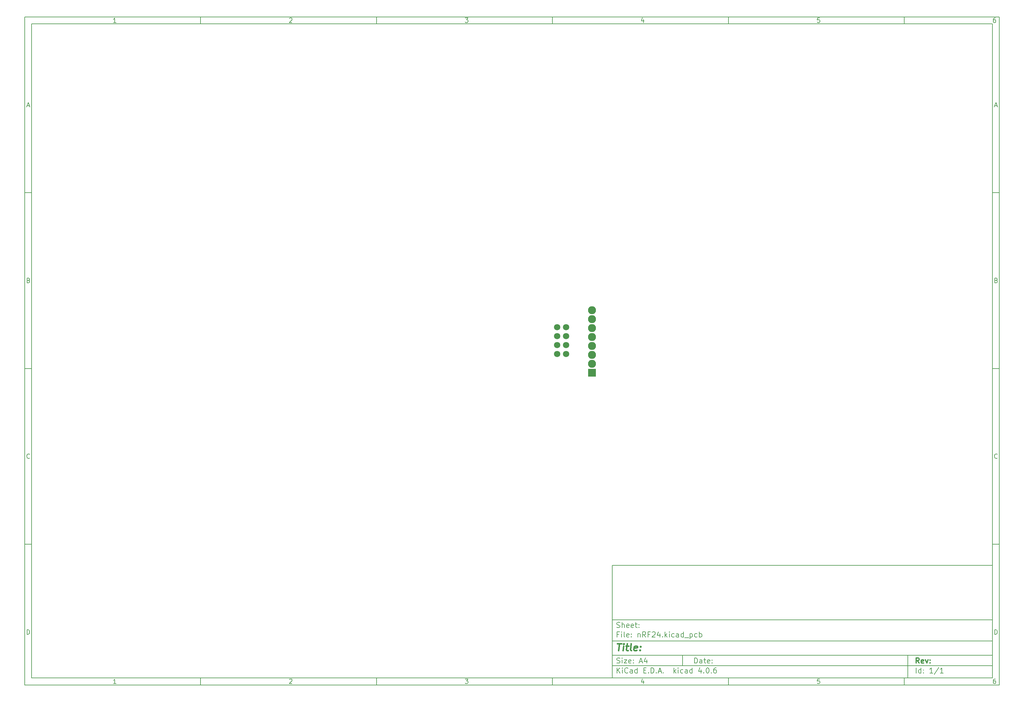
<source format=gts>
G04 #@! TF.FileFunction,Soldermask,Top*
%FSLAX46Y46*%
G04 Gerber Fmt 4.6, Leading zero omitted, Abs format (unit mm)*
G04 Created by KiCad (PCBNEW 4.0.6) date 06/21/17 09:44:37*
%MOMM*%
%LPD*%
G01*
G04 APERTURE LIST*
%ADD10C,0.100000*%
%ADD11C,0.150000*%
%ADD12C,0.300000*%
%ADD13C,0.400000*%
%ADD14R,2.279600X2.279600*%
%ADD15C,2.279600*%
%ADD16C,1.808000*%
G04 APERTURE END LIST*
D10*
D11*
X177002200Y-166007200D02*
X177002200Y-198007200D01*
X285002200Y-198007200D01*
X285002200Y-166007200D01*
X177002200Y-166007200D01*
D10*
D11*
X10000000Y-10000000D02*
X10000000Y-200007200D01*
X287002200Y-200007200D01*
X287002200Y-10000000D01*
X10000000Y-10000000D01*
D10*
D11*
X12000000Y-12000000D02*
X12000000Y-198007200D01*
X285002200Y-198007200D01*
X285002200Y-12000000D01*
X12000000Y-12000000D01*
D10*
D11*
X60000000Y-12000000D02*
X60000000Y-10000000D01*
D10*
D11*
X110000000Y-12000000D02*
X110000000Y-10000000D01*
D10*
D11*
X160000000Y-12000000D02*
X160000000Y-10000000D01*
D10*
D11*
X210000000Y-12000000D02*
X210000000Y-10000000D01*
D10*
D11*
X260000000Y-12000000D02*
X260000000Y-10000000D01*
D10*
D11*
X35990476Y-11588095D02*
X35247619Y-11588095D01*
X35619048Y-11588095D02*
X35619048Y-10288095D01*
X35495238Y-10473810D01*
X35371429Y-10597619D01*
X35247619Y-10659524D01*
D10*
D11*
X85247619Y-10411905D02*
X85309524Y-10350000D01*
X85433333Y-10288095D01*
X85742857Y-10288095D01*
X85866667Y-10350000D01*
X85928571Y-10411905D01*
X85990476Y-10535714D01*
X85990476Y-10659524D01*
X85928571Y-10845238D01*
X85185714Y-11588095D01*
X85990476Y-11588095D01*
D10*
D11*
X135185714Y-10288095D02*
X135990476Y-10288095D01*
X135557143Y-10783333D01*
X135742857Y-10783333D01*
X135866667Y-10845238D01*
X135928571Y-10907143D01*
X135990476Y-11030952D01*
X135990476Y-11340476D01*
X135928571Y-11464286D01*
X135866667Y-11526190D01*
X135742857Y-11588095D01*
X135371429Y-11588095D01*
X135247619Y-11526190D01*
X135185714Y-11464286D01*
D10*
D11*
X185866667Y-10721429D02*
X185866667Y-11588095D01*
X185557143Y-10226190D02*
X185247619Y-11154762D01*
X186052381Y-11154762D01*
D10*
D11*
X235928571Y-10288095D02*
X235309524Y-10288095D01*
X235247619Y-10907143D01*
X235309524Y-10845238D01*
X235433333Y-10783333D01*
X235742857Y-10783333D01*
X235866667Y-10845238D01*
X235928571Y-10907143D01*
X235990476Y-11030952D01*
X235990476Y-11340476D01*
X235928571Y-11464286D01*
X235866667Y-11526190D01*
X235742857Y-11588095D01*
X235433333Y-11588095D01*
X235309524Y-11526190D01*
X235247619Y-11464286D01*
D10*
D11*
X285866667Y-10288095D02*
X285619048Y-10288095D01*
X285495238Y-10350000D01*
X285433333Y-10411905D01*
X285309524Y-10597619D01*
X285247619Y-10845238D01*
X285247619Y-11340476D01*
X285309524Y-11464286D01*
X285371429Y-11526190D01*
X285495238Y-11588095D01*
X285742857Y-11588095D01*
X285866667Y-11526190D01*
X285928571Y-11464286D01*
X285990476Y-11340476D01*
X285990476Y-11030952D01*
X285928571Y-10907143D01*
X285866667Y-10845238D01*
X285742857Y-10783333D01*
X285495238Y-10783333D01*
X285371429Y-10845238D01*
X285309524Y-10907143D01*
X285247619Y-11030952D01*
D10*
D11*
X60000000Y-198007200D02*
X60000000Y-200007200D01*
D10*
D11*
X110000000Y-198007200D02*
X110000000Y-200007200D01*
D10*
D11*
X160000000Y-198007200D02*
X160000000Y-200007200D01*
D10*
D11*
X210000000Y-198007200D02*
X210000000Y-200007200D01*
D10*
D11*
X260000000Y-198007200D02*
X260000000Y-200007200D01*
D10*
D11*
X35990476Y-199595295D02*
X35247619Y-199595295D01*
X35619048Y-199595295D02*
X35619048Y-198295295D01*
X35495238Y-198481010D01*
X35371429Y-198604819D01*
X35247619Y-198666724D01*
D10*
D11*
X85247619Y-198419105D02*
X85309524Y-198357200D01*
X85433333Y-198295295D01*
X85742857Y-198295295D01*
X85866667Y-198357200D01*
X85928571Y-198419105D01*
X85990476Y-198542914D01*
X85990476Y-198666724D01*
X85928571Y-198852438D01*
X85185714Y-199595295D01*
X85990476Y-199595295D01*
D10*
D11*
X135185714Y-198295295D02*
X135990476Y-198295295D01*
X135557143Y-198790533D01*
X135742857Y-198790533D01*
X135866667Y-198852438D01*
X135928571Y-198914343D01*
X135990476Y-199038152D01*
X135990476Y-199347676D01*
X135928571Y-199471486D01*
X135866667Y-199533390D01*
X135742857Y-199595295D01*
X135371429Y-199595295D01*
X135247619Y-199533390D01*
X135185714Y-199471486D01*
D10*
D11*
X185866667Y-198728629D02*
X185866667Y-199595295D01*
X185557143Y-198233390D02*
X185247619Y-199161962D01*
X186052381Y-199161962D01*
D10*
D11*
X235928571Y-198295295D02*
X235309524Y-198295295D01*
X235247619Y-198914343D01*
X235309524Y-198852438D01*
X235433333Y-198790533D01*
X235742857Y-198790533D01*
X235866667Y-198852438D01*
X235928571Y-198914343D01*
X235990476Y-199038152D01*
X235990476Y-199347676D01*
X235928571Y-199471486D01*
X235866667Y-199533390D01*
X235742857Y-199595295D01*
X235433333Y-199595295D01*
X235309524Y-199533390D01*
X235247619Y-199471486D01*
D10*
D11*
X285866667Y-198295295D02*
X285619048Y-198295295D01*
X285495238Y-198357200D01*
X285433333Y-198419105D01*
X285309524Y-198604819D01*
X285247619Y-198852438D01*
X285247619Y-199347676D01*
X285309524Y-199471486D01*
X285371429Y-199533390D01*
X285495238Y-199595295D01*
X285742857Y-199595295D01*
X285866667Y-199533390D01*
X285928571Y-199471486D01*
X285990476Y-199347676D01*
X285990476Y-199038152D01*
X285928571Y-198914343D01*
X285866667Y-198852438D01*
X285742857Y-198790533D01*
X285495238Y-198790533D01*
X285371429Y-198852438D01*
X285309524Y-198914343D01*
X285247619Y-199038152D01*
D10*
D11*
X10000000Y-60000000D02*
X12000000Y-60000000D01*
D10*
D11*
X10000000Y-110000000D02*
X12000000Y-110000000D01*
D10*
D11*
X10000000Y-160000000D02*
X12000000Y-160000000D01*
D10*
D11*
X10690476Y-35216667D02*
X11309524Y-35216667D01*
X10566667Y-35588095D02*
X11000000Y-34288095D01*
X11433333Y-35588095D01*
D10*
D11*
X11092857Y-84907143D02*
X11278571Y-84969048D01*
X11340476Y-85030952D01*
X11402381Y-85154762D01*
X11402381Y-85340476D01*
X11340476Y-85464286D01*
X11278571Y-85526190D01*
X11154762Y-85588095D01*
X10659524Y-85588095D01*
X10659524Y-84288095D01*
X11092857Y-84288095D01*
X11216667Y-84350000D01*
X11278571Y-84411905D01*
X11340476Y-84535714D01*
X11340476Y-84659524D01*
X11278571Y-84783333D01*
X11216667Y-84845238D01*
X11092857Y-84907143D01*
X10659524Y-84907143D01*
D10*
D11*
X11402381Y-135464286D02*
X11340476Y-135526190D01*
X11154762Y-135588095D01*
X11030952Y-135588095D01*
X10845238Y-135526190D01*
X10721429Y-135402381D01*
X10659524Y-135278571D01*
X10597619Y-135030952D01*
X10597619Y-134845238D01*
X10659524Y-134597619D01*
X10721429Y-134473810D01*
X10845238Y-134350000D01*
X11030952Y-134288095D01*
X11154762Y-134288095D01*
X11340476Y-134350000D01*
X11402381Y-134411905D01*
D10*
D11*
X10659524Y-185588095D02*
X10659524Y-184288095D01*
X10969048Y-184288095D01*
X11154762Y-184350000D01*
X11278571Y-184473810D01*
X11340476Y-184597619D01*
X11402381Y-184845238D01*
X11402381Y-185030952D01*
X11340476Y-185278571D01*
X11278571Y-185402381D01*
X11154762Y-185526190D01*
X10969048Y-185588095D01*
X10659524Y-185588095D01*
D10*
D11*
X287002200Y-60000000D02*
X285002200Y-60000000D01*
D10*
D11*
X287002200Y-110000000D02*
X285002200Y-110000000D01*
D10*
D11*
X287002200Y-160000000D02*
X285002200Y-160000000D01*
D10*
D11*
X285692676Y-35216667D02*
X286311724Y-35216667D01*
X285568867Y-35588095D02*
X286002200Y-34288095D01*
X286435533Y-35588095D01*
D10*
D11*
X286095057Y-84907143D02*
X286280771Y-84969048D01*
X286342676Y-85030952D01*
X286404581Y-85154762D01*
X286404581Y-85340476D01*
X286342676Y-85464286D01*
X286280771Y-85526190D01*
X286156962Y-85588095D01*
X285661724Y-85588095D01*
X285661724Y-84288095D01*
X286095057Y-84288095D01*
X286218867Y-84350000D01*
X286280771Y-84411905D01*
X286342676Y-84535714D01*
X286342676Y-84659524D01*
X286280771Y-84783333D01*
X286218867Y-84845238D01*
X286095057Y-84907143D01*
X285661724Y-84907143D01*
D10*
D11*
X286404581Y-135464286D02*
X286342676Y-135526190D01*
X286156962Y-135588095D01*
X286033152Y-135588095D01*
X285847438Y-135526190D01*
X285723629Y-135402381D01*
X285661724Y-135278571D01*
X285599819Y-135030952D01*
X285599819Y-134845238D01*
X285661724Y-134597619D01*
X285723629Y-134473810D01*
X285847438Y-134350000D01*
X286033152Y-134288095D01*
X286156962Y-134288095D01*
X286342676Y-134350000D01*
X286404581Y-134411905D01*
D10*
D11*
X285661724Y-185588095D02*
X285661724Y-184288095D01*
X285971248Y-184288095D01*
X286156962Y-184350000D01*
X286280771Y-184473810D01*
X286342676Y-184597619D01*
X286404581Y-184845238D01*
X286404581Y-185030952D01*
X286342676Y-185278571D01*
X286280771Y-185402381D01*
X286156962Y-185526190D01*
X285971248Y-185588095D01*
X285661724Y-185588095D01*
D10*
D11*
X200359343Y-193785771D02*
X200359343Y-192285771D01*
X200716486Y-192285771D01*
X200930771Y-192357200D01*
X201073629Y-192500057D01*
X201145057Y-192642914D01*
X201216486Y-192928629D01*
X201216486Y-193142914D01*
X201145057Y-193428629D01*
X201073629Y-193571486D01*
X200930771Y-193714343D01*
X200716486Y-193785771D01*
X200359343Y-193785771D01*
X202502200Y-193785771D02*
X202502200Y-193000057D01*
X202430771Y-192857200D01*
X202287914Y-192785771D01*
X202002200Y-192785771D01*
X201859343Y-192857200D01*
X202502200Y-193714343D02*
X202359343Y-193785771D01*
X202002200Y-193785771D01*
X201859343Y-193714343D01*
X201787914Y-193571486D01*
X201787914Y-193428629D01*
X201859343Y-193285771D01*
X202002200Y-193214343D01*
X202359343Y-193214343D01*
X202502200Y-193142914D01*
X203002200Y-192785771D02*
X203573629Y-192785771D01*
X203216486Y-192285771D02*
X203216486Y-193571486D01*
X203287914Y-193714343D01*
X203430772Y-193785771D01*
X203573629Y-193785771D01*
X204645057Y-193714343D02*
X204502200Y-193785771D01*
X204216486Y-193785771D01*
X204073629Y-193714343D01*
X204002200Y-193571486D01*
X204002200Y-193000057D01*
X204073629Y-192857200D01*
X204216486Y-192785771D01*
X204502200Y-192785771D01*
X204645057Y-192857200D01*
X204716486Y-193000057D01*
X204716486Y-193142914D01*
X204002200Y-193285771D01*
X205359343Y-193642914D02*
X205430771Y-193714343D01*
X205359343Y-193785771D01*
X205287914Y-193714343D01*
X205359343Y-193642914D01*
X205359343Y-193785771D01*
X205359343Y-192857200D02*
X205430771Y-192928629D01*
X205359343Y-193000057D01*
X205287914Y-192928629D01*
X205359343Y-192857200D01*
X205359343Y-193000057D01*
D10*
D11*
X177002200Y-194507200D02*
X285002200Y-194507200D01*
D10*
D11*
X178359343Y-196585771D02*
X178359343Y-195085771D01*
X179216486Y-196585771D02*
X178573629Y-195728629D01*
X179216486Y-195085771D02*
X178359343Y-195942914D01*
X179859343Y-196585771D02*
X179859343Y-195585771D01*
X179859343Y-195085771D02*
X179787914Y-195157200D01*
X179859343Y-195228629D01*
X179930771Y-195157200D01*
X179859343Y-195085771D01*
X179859343Y-195228629D01*
X181430772Y-196442914D02*
X181359343Y-196514343D01*
X181145057Y-196585771D01*
X181002200Y-196585771D01*
X180787915Y-196514343D01*
X180645057Y-196371486D01*
X180573629Y-196228629D01*
X180502200Y-195942914D01*
X180502200Y-195728629D01*
X180573629Y-195442914D01*
X180645057Y-195300057D01*
X180787915Y-195157200D01*
X181002200Y-195085771D01*
X181145057Y-195085771D01*
X181359343Y-195157200D01*
X181430772Y-195228629D01*
X182716486Y-196585771D02*
X182716486Y-195800057D01*
X182645057Y-195657200D01*
X182502200Y-195585771D01*
X182216486Y-195585771D01*
X182073629Y-195657200D01*
X182716486Y-196514343D02*
X182573629Y-196585771D01*
X182216486Y-196585771D01*
X182073629Y-196514343D01*
X182002200Y-196371486D01*
X182002200Y-196228629D01*
X182073629Y-196085771D01*
X182216486Y-196014343D01*
X182573629Y-196014343D01*
X182716486Y-195942914D01*
X184073629Y-196585771D02*
X184073629Y-195085771D01*
X184073629Y-196514343D02*
X183930772Y-196585771D01*
X183645058Y-196585771D01*
X183502200Y-196514343D01*
X183430772Y-196442914D01*
X183359343Y-196300057D01*
X183359343Y-195871486D01*
X183430772Y-195728629D01*
X183502200Y-195657200D01*
X183645058Y-195585771D01*
X183930772Y-195585771D01*
X184073629Y-195657200D01*
X185930772Y-195800057D02*
X186430772Y-195800057D01*
X186645058Y-196585771D02*
X185930772Y-196585771D01*
X185930772Y-195085771D01*
X186645058Y-195085771D01*
X187287915Y-196442914D02*
X187359343Y-196514343D01*
X187287915Y-196585771D01*
X187216486Y-196514343D01*
X187287915Y-196442914D01*
X187287915Y-196585771D01*
X188002201Y-196585771D02*
X188002201Y-195085771D01*
X188359344Y-195085771D01*
X188573629Y-195157200D01*
X188716487Y-195300057D01*
X188787915Y-195442914D01*
X188859344Y-195728629D01*
X188859344Y-195942914D01*
X188787915Y-196228629D01*
X188716487Y-196371486D01*
X188573629Y-196514343D01*
X188359344Y-196585771D01*
X188002201Y-196585771D01*
X189502201Y-196442914D02*
X189573629Y-196514343D01*
X189502201Y-196585771D01*
X189430772Y-196514343D01*
X189502201Y-196442914D01*
X189502201Y-196585771D01*
X190145058Y-196157200D02*
X190859344Y-196157200D01*
X190002201Y-196585771D02*
X190502201Y-195085771D01*
X191002201Y-196585771D01*
X191502201Y-196442914D02*
X191573629Y-196514343D01*
X191502201Y-196585771D01*
X191430772Y-196514343D01*
X191502201Y-196442914D01*
X191502201Y-196585771D01*
X194502201Y-196585771D02*
X194502201Y-195085771D01*
X194645058Y-196014343D02*
X195073629Y-196585771D01*
X195073629Y-195585771D02*
X194502201Y-196157200D01*
X195716487Y-196585771D02*
X195716487Y-195585771D01*
X195716487Y-195085771D02*
X195645058Y-195157200D01*
X195716487Y-195228629D01*
X195787915Y-195157200D01*
X195716487Y-195085771D01*
X195716487Y-195228629D01*
X197073630Y-196514343D02*
X196930773Y-196585771D01*
X196645059Y-196585771D01*
X196502201Y-196514343D01*
X196430773Y-196442914D01*
X196359344Y-196300057D01*
X196359344Y-195871486D01*
X196430773Y-195728629D01*
X196502201Y-195657200D01*
X196645059Y-195585771D01*
X196930773Y-195585771D01*
X197073630Y-195657200D01*
X198359344Y-196585771D02*
X198359344Y-195800057D01*
X198287915Y-195657200D01*
X198145058Y-195585771D01*
X197859344Y-195585771D01*
X197716487Y-195657200D01*
X198359344Y-196514343D02*
X198216487Y-196585771D01*
X197859344Y-196585771D01*
X197716487Y-196514343D01*
X197645058Y-196371486D01*
X197645058Y-196228629D01*
X197716487Y-196085771D01*
X197859344Y-196014343D01*
X198216487Y-196014343D01*
X198359344Y-195942914D01*
X199716487Y-196585771D02*
X199716487Y-195085771D01*
X199716487Y-196514343D02*
X199573630Y-196585771D01*
X199287916Y-196585771D01*
X199145058Y-196514343D01*
X199073630Y-196442914D01*
X199002201Y-196300057D01*
X199002201Y-195871486D01*
X199073630Y-195728629D01*
X199145058Y-195657200D01*
X199287916Y-195585771D01*
X199573630Y-195585771D01*
X199716487Y-195657200D01*
X202216487Y-195585771D02*
X202216487Y-196585771D01*
X201859344Y-195014343D02*
X201502201Y-196085771D01*
X202430773Y-196085771D01*
X203002201Y-196442914D02*
X203073629Y-196514343D01*
X203002201Y-196585771D01*
X202930772Y-196514343D01*
X203002201Y-196442914D01*
X203002201Y-196585771D01*
X204002201Y-195085771D02*
X204145058Y-195085771D01*
X204287915Y-195157200D01*
X204359344Y-195228629D01*
X204430773Y-195371486D01*
X204502201Y-195657200D01*
X204502201Y-196014343D01*
X204430773Y-196300057D01*
X204359344Y-196442914D01*
X204287915Y-196514343D01*
X204145058Y-196585771D01*
X204002201Y-196585771D01*
X203859344Y-196514343D01*
X203787915Y-196442914D01*
X203716487Y-196300057D01*
X203645058Y-196014343D01*
X203645058Y-195657200D01*
X203716487Y-195371486D01*
X203787915Y-195228629D01*
X203859344Y-195157200D01*
X204002201Y-195085771D01*
X205145058Y-196442914D02*
X205216486Y-196514343D01*
X205145058Y-196585771D01*
X205073629Y-196514343D01*
X205145058Y-196442914D01*
X205145058Y-196585771D01*
X206502201Y-195085771D02*
X206216487Y-195085771D01*
X206073630Y-195157200D01*
X206002201Y-195228629D01*
X205859344Y-195442914D01*
X205787915Y-195728629D01*
X205787915Y-196300057D01*
X205859344Y-196442914D01*
X205930772Y-196514343D01*
X206073630Y-196585771D01*
X206359344Y-196585771D01*
X206502201Y-196514343D01*
X206573630Y-196442914D01*
X206645058Y-196300057D01*
X206645058Y-195942914D01*
X206573630Y-195800057D01*
X206502201Y-195728629D01*
X206359344Y-195657200D01*
X206073630Y-195657200D01*
X205930772Y-195728629D01*
X205859344Y-195800057D01*
X205787915Y-195942914D01*
D10*
D11*
X177002200Y-191507200D02*
X285002200Y-191507200D01*
D10*
D12*
X264216486Y-193785771D02*
X263716486Y-193071486D01*
X263359343Y-193785771D02*
X263359343Y-192285771D01*
X263930771Y-192285771D01*
X264073629Y-192357200D01*
X264145057Y-192428629D01*
X264216486Y-192571486D01*
X264216486Y-192785771D01*
X264145057Y-192928629D01*
X264073629Y-193000057D01*
X263930771Y-193071486D01*
X263359343Y-193071486D01*
X265430771Y-193714343D02*
X265287914Y-193785771D01*
X265002200Y-193785771D01*
X264859343Y-193714343D01*
X264787914Y-193571486D01*
X264787914Y-193000057D01*
X264859343Y-192857200D01*
X265002200Y-192785771D01*
X265287914Y-192785771D01*
X265430771Y-192857200D01*
X265502200Y-193000057D01*
X265502200Y-193142914D01*
X264787914Y-193285771D01*
X266002200Y-192785771D02*
X266359343Y-193785771D01*
X266716485Y-192785771D01*
X267287914Y-193642914D02*
X267359342Y-193714343D01*
X267287914Y-193785771D01*
X267216485Y-193714343D01*
X267287914Y-193642914D01*
X267287914Y-193785771D01*
X267287914Y-192857200D02*
X267359342Y-192928629D01*
X267287914Y-193000057D01*
X267216485Y-192928629D01*
X267287914Y-192857200D01*
X267287914Y-193000057D01*
D10*
D11*
X178287914Y-193714343D02*
X178502200Y-193785771D01*
X178859343Y-193785771D01*
X179002200Y-193714343D01*
X179073629Y-193642914D01*
X179145057Y-193500057D01*
X179145057Y-193357200D01*
X179073629Y-193214343D01*
X179002200Y-193142914D01*
X178859343Y-193071486D01*
X178573629Y-193000057D01*
X178430771Y-192928629D01*
X178359343Y-192857200D01*
X178287914Y-192714343D01*
X178287914Y-192571486D01*
X178359343Y-192428629D01*
X178430771Y-192357200D01*
X178573629Y-192285771D01*
X178930771Y-192285771D01*
X179145057Y-192357200D01*
X179787914Y-193785771D02*
X179787914Y-192785771D01*
X179787914Y-192285771D02*
X179716485Y-192357200D01*
X179787914Y-192428629D01*
X179859342Y-192357200D01*
X179787914Y-192285771D01*
X179787914Y-192428629D01*
X180359343Y-192785771D02*
X181145057Y-192785771D01*
X180359343Y-193785771D01*
X181145057Y-193785771D01*
X182287914Y-193714343D02*
X182145057Y-193785771D01*
X181859343Y-193785771D01*
X181716486Y-193714343D01*
X181645057Y-193571486D01*
X181645057Y-193000057D01*
X181716486Y-192857200D01*
X181859343Y-192785771D01*
X182145057Y-192785771D01*
X182287914Y-192857200D01*
X182359343Y-193000057D01*
X182359343Y-193142914D01*
X181645057Y-193285771D01*
X183002200Y-193642914D02*
X183073628Y-193714343D01*
X183002200Y-193785771D01*
X182930771Y-193714343D01*
X183002200Y-193642914D01*
X183002200Y-193785771D01*
X183002200Y-192857200D02*
X183073628Y-192928629D01*
X183002200Y-193000057D01*
X182930771Y-192928629D01*
X183002200Y-192857200D01*
X183002200Y-193000057D01*
X184787914Y-193357200D02*
X185502200Y-193357200D01*
X184645057Y-193785771D02*
X185145057Y-192285771D01*
X185645057Y-193785771D01*
X186787914Y-192785771D02*
X186787914Y-193785771D01*
X186430771Y-192214343D02*
X186073628Y-193285771D01*
X187002200Y-193285771D01*
D10*
D11*
X263359343Y-196585771D02*
X263359343Y-195085771D01*
X264716486Y-196585771D02*
X264716486Y-195085771D01*
X264716486Y-196514343D02*
X264573629Y-196585771D01*
X264287915Y-196585771D01*
X264145057Y-196514343D01*
X264073629Y-196442914D01*
X264002200Y-196300057D01*
X264002200Y-195871486D01*
X264073629Y-195728629D01*
X264145057Y-195657200D01*
X264287915Y-195585771D01*
X264573629Y-195585771D01*
X264716486Y-195657200D01*
X265430772Y-196442914D02*
X265502200Y-196514343D01*
X265430772Y-196585771D01*
X265359343Y-196514343D01*
X265430772Y-196442914D01*
X265430772Y-196585771D01*
X265430772Y-195657200D02*
X265502200Y-195728629D01*
X265430772Y-195800057D01*
X265359343Y-195728629D01*
X265430772Y-195657200D01*
X265430772Y-195800057D01*
X268073629Y-196585771D02*
X267216486Y-196585771D01*
X267645058Y-196585771D02*
X267645058Y-195085771D01*
X267502201Y-195300057D01*
X267359343Y-195442914D01*
X267216486Y-195514343D01*
X269787914Y-195014343D02*
X268502200Y-196942914D01*
X271073629Y-196585771D02*
X270216486Y-196585771D01*
X270645058Y-196585771D02*
X270645058Y-195085771D01*
X270502201Y-195300057D01*
X270359343Y-195442914D01*
X270216486Y-195514343D01*
D10*
D11*
X177002200Y-187507200D02*
X285002200Y-187507200D01*
D10*
D13*
X178454581Y-188211962D02*
X179597438Y-188211962D01*
X178776010Y-190211962D02*
X179026010Y-188211962D01*
X180014105Y-190211962D02*
X180180771Y-188878629D01*
X180264105Y-188211962D02*
X180156962Y-188307200D01*
X180240295Y-188402438D01*
X180347439Y-188307200D01*
X180264105Y-188211962D01*
X180240295Y-188402438D01*
X180847438Y-188878629D02*
X181609343Y-188878629D01*
X181216486Y-188211962D02*
X181002200Y-189926248D01*
X181073630Y-190116724D01*
X181252201Y-190211962D01*
X181442677Y-190211962D01*
X182395058Y-190211962D02*
X182216487Y-190116724D01*
X182145057Y-189926248D01*
X182359343Y-188211962D01*
X183930772Y-190116724D02*
X183728391Y-190211962D01*
X183347439Y-190211962D01*
X183168867Y-190116724D01*
X183097438Y-189926248D01*
X183192676Y-189164343D01*
X183311724Y-188973867D01*
X183514105Y-188878629D01*
X183895057Y-188878629D01*
X184073629Y-188973867D01*
X184145057Y-189164343D01*
X184121248Y-189354819D01*
X183145057Y-189545295D01*
X184895057Y-190021486D02*
X184978392Y-190116724D01*
X184871248Y-190211962D01*
X184787915Y-190116724D01*
X184895057Y-190021486D01*
X184871248Y-190211962D01*
X185026010Y-188973867D02*
X185109344Y-189069105D01*
X185002200Y-189164343D01*
X184918867Y-189069105D01*
X185026010Y-188973867D01*
X185002200Y-189164343D01*
D10*
D11*
X178859343Y-185600057D02*
X178359343Y-185600057D01*
X178359343Y-186385771D02*
X178359343Y-184885771D01*
X179073629Y-184885771D01*
X179645057Y-186385771D02*
X179645057Y-185385771D01*
X179645057Y-184885771D02*
X179573628Y-184957200D01*
X179645057Y-185028629D01*
X179716485Y-184957200D01*
X179645057Y-184885771D01*
X179645057Y-185028629D01*
X180573629Y-186385771D02*
X180430771Y-186314343D01*
X180359343Y-186171486D01*
X180359343Y-184885771D01*
X181716485Y-186314343D02*
X181573628Y-186385771D01*
X181287914Y-186385771D01*
X181145057Y-186314343D01*
X181073628Y-186171486D01*
X181073628Y-185600057D01*
X181145057Y-185457200D01*
X181287914Y-185385771D01*
X181573628Y-185385771D01*
X181716485Y-185457200D01*
X181787914Y-185600057D01*
X181787914Y-185742914D01*
X181073628Y-185885771D01*
X182430771Y-186242914D02*
X182502199Y-186314343D01*
X182430771Y-186385771D01*
X182359342Y-186314343D01*
X182430771Y-186242914D01*
X182430771Y-186385771D01*
X182430771Y-185457200D02*
X182502199Y-185528629D01*
X182430771Y-185600057D01*
X182359342Y-185528629D01*
X182430771Y-185457200D01*
X182430771Y-185600057D01*
X184287914Y-185385771D02*
X184287914Y-186385771D01*
X184287914Y-185528629D02*
X184359342Y-185457200D01*
X184502200Y-185385771D01*
X184716485Y-185385771D01*
X184859342Y-185457200D01*
X184930771Y-185600057D01*
X184930771Y-186385771D01*
X186502200Y-186385771D02*
X186002200Y-185671486D01*
X185645057Y-186385771D02*
X185645057Y-184885771D01*
X186216485Y-184885771D01*
X186359343Y-184957200D01*
X186430771Y-185028629D01*
X186502200Y-185171486D01*
X186502200Y-185385771D01*
X186430771Y-185528629D01*
X186359343Y-185600057D01*
X186216485Y-185671486D01*
X185645057Y-185671486D01*
X187645057Y-185600057D02*
X187145057Y-185600057D01*
X187145057Y-186385771D02*
X187145057Y-184885771D01*
X187859343Y-184885771D01*
X188359342Y-185028629D02*
X188430771Y-184957200D01*
X188573628Y-184885771D01*
X188930771Y-184885771D01*
X189073628Y-184957200D01*
X189145057Y-185028629D01*
X189216485Y-185171486D01*
X189216485Y-185314343D01*
X189145057Y-185528629D01*
X188287914Y-186385771D01*
X189216485Y-186385771D01*
X190502199Y-185385771D02*
X190502199Y-186385771D01*
X190145056Y-184814343D02*
X189787913Y-185885771D01*
X190716485Y-185885771D01*
X191287913Y-186242914D02*
X191359341Y-186314343D01*
X191287913Y-186385771D01*
X191216484Y-186314343D01*
X191287913Y-186242914D01*
X191287913Y-186385771D01*
X192002199Y-186385771D02*
X192002199Y-184885771D01*
X192145056Y-185814343D02*
X192573627Y-186385771D01*
X192573627Y-185385771D02*
X192002199Y-185957200D01*
X193216485Y-186385771D02*
X193216485Y-185385771D01*
X193216485Y-184885771D02*
X193145056Y-184957200D01*
X193216485Y-185028629D01*
X193287913Y-184957200D01*
X193216485Y-184885771D01*
X193216485Y-185028629D01*
X194573628Y-186314343D02*
X194430771Y-186385771D01*
X194145057Y-186385771D01*
X194002199Y-186314343D01*
X193930771Y-186242914D01*
X193859342Y-186100057D01*
X193859342Y-185671486D01*
X193930771Y-185528629D01*
X194002199Y-185457200D01*
X194145057Y-185385771D01*
X194430771Y-185385771D01*
X194573628Y-185457200D01*
X195859342Y-186385771D02*
X195859342Y-185600057D01*
X195787913Y-185457200D01*
X195645056Y-185385771D01*
X195359342Y-185385771D01*
X195216485Y-185457200D01*
X195859342Y-186314343D02*
X195716485Y-186385771D01*
X195359342Y-186385771D01*
X195216485Y-186314343D01*
X195145056Y-186171486D01*
X195145056Y-186028629D01*
X195216485Y-185885771D01*
X195359342Y-185814343D01*
X195716485Y-185814343D01*
X195859342Y-185742914D01*
X197216485Y-186385771D02*
X197216485Y-184885771D01*
X197216485Y-186314343D02*
X197073628Y-186385771D01*
X196787914Y-186385771D01*
X196645056Y-186314343D01*
X196573628Y-186242914D01*
X196502199Y-186100057D01*
X196502199Y-185671486D01*
X196573628Y-185528629D01*
X196645056Y-185457200D01*
X196787914Y-185385771D01*
X197073628Y-185385771D01*
X197216485Y-185457200D01*
X197573628Y-186528629D02*
X198716485Y-186528629D01*
X199073628Y-185385771D02*
X199073628Y-186885771D01*
X199073628Y-185457200D02*
X199216485Y-185385771D01*
X199502199Y-185385771D01*
X199645056Y-185457200D01*
X199716485Y-185528629D01*
X199787914Y-185671486D01*
X199787914Y-186100057D01*
X199716485Y-186242914D01*
X199645056Y-186314343D01*
X199502199Y-186385771D01*
X199216485Y-186385771D01*
X199073628Y-186314343D01*
X201073628Y-186314343D02*
X200930771Y-186385771D01*
X200645057Y-186385771D01*
X200502199Y-186314343D01*
X200430771Y-186242914D01*
X200359342Y-186100057D01*
X200359342Y-185671486D01*
X200430771Y-185528629D01*
X200502199Y-185457200D01*
X200645057Y-185385771D01*
X200930771Y-185385771D01*
X201073628Y-185457200D01*
X201716485Y-186385771D02*
X201716485Y-184885771D01*
X201716485Y-185457200D02*
X201859342Y-185385771D01*
X202145056Y-185385771D01*
X202287913Y-185457200D01*
X202359342Y-185528629D01*
X202430771Y-185671486D01*
X202430771Y-186100057D01*
X202359342Y-186242914D01*
X202287913Y-186314343D01*
X202145056Y-186385771D01*
X201859342Y-186385771D01*
X201716485Y-186314343D01*
D10*
D11*
X177002200Y-181507200D02*
X285002200Y-181507200D01*
D10*
D11*
X178287914Y-183614343D02*
X178502200Y-183685771D01*
X178859343Y-183685771D01*
X179002200Y-183614343D01*
X179073629Y-183542914D01*
X179145057Y-183400057D01*
X179145057Y-183257200D01*
X179073629Y-183114343D01*
X179002200Y-183042914D01*
X178859343Y-182971486D01*
X178573629Y-182900057D01*
X178430771Y-182828629D01*
X178359343Y-182757200D01*
X178287914Y-182614343D01*
X178287914Y-182471486D01*
X178359343Y-182328629D01*
X178430771Y-182257200D01*
X178573629Y-182185771D01*
X178930771Y-182185771D01*
X179145057Y-182257200D01*
X179787914Y-183685771D02*
X179787914Y-182185771D01*
X180430771Y-183685771D02*
X180430771Y-182900057D01*
X180359342Y-182757200D01*
X180216485Y-182685771D01*
X180002200Y-182685771D01*
X179859342Y-182757200D01*
X179787914Y-182828629D01*
X181716485Y-183614343D02*
X181573628Y-183685771D01*
X181287914Y-183685771D01*
X181145057Y-183614343D01*
X181073628Y-183471486D01*
X181073628Y-182900057D01*
X181145057Y-182757200D01*
X181287914Y-182685771D01*
X181573628Y-182685771D01*
X181716485Y-182757200D01*
X181787914Y-182900057D01*
X181787914Y-183042914D01*
X181073628Y-183185771D01*
X183002199Y-183614343D02*
X182859342Y-183685771D01*
X182573628Y-183685771D01*
X182430771Y-183614343D01*
X182359342Y-183471486D01*
X182359342Y-182900057D01*
X182430771Y-182757200D01*
X182573628Y-182685771D01*
X182859342Y-182685771D01*
X183002199Y-182757200D01*
X183073628Y-182900057D01*
X183073628Y-183042914D01*
X182359342Y-183185771D01*
X183502199Y-182685771D02*
X184073628Y-182685771D01*
X183716485Y-182185771D02*
X183716485Y-183471486D01*
X183787913Y-183614343D01*
X183930771Y-183685771D01*
X184073628Y-183685771D01*
X184573628Y-183542914D02*
X184645056Y-183614343D01*
X184573628Y-183685771D01*
X184502199Y-183614343D01*
X184573628Y-183542914D01*
X184573628Y-183685771D01*
X184573628Y-182757200D02*
X184645056Y-182828629D01*
X184573628Y-182900057D01*
X184502199Y-182828629D01*
X184573628Y-182757200D01*
X184573628Y-182900057D01*
D10*
D11*
X197002200Y-191507200D02*
X197002200Y-194507200D01*
D10*
D11*
X261002200Y-191507200D02*
X261002200Y-198007200D01*
D14*
X171210000Y-111195000D03*
D15*
X171210000Y-108655000D03*
X171210000Y-106115000D03*
X171210000Y-103575000D03*
X171210000Y-101035000D03*
X171210000Y-98495000D03*
X171210000Y-95955000D03*
X171210000Y-93415000D03*
D16*
X163840259Y-105870701D03*
X161300259Y-105870701D03*
X163840259Y-103330701D03*
X161300259Y-103330701D03*
X163840259Y-100790701D03*
X161300259Y-100790701D03*
X163840259Y-98250701D03*
X161300259Y-98250701D03*
M02*

</source>
